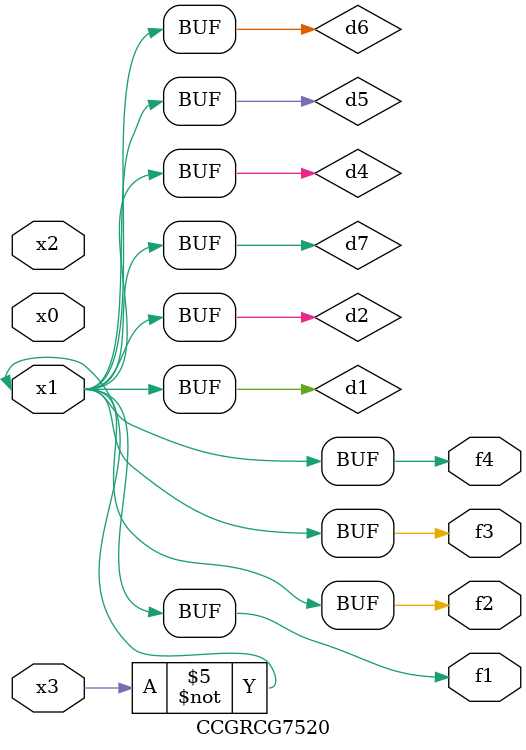
<source format=v>
module CCGRCG7520(
	input x0, x1, x2, x3,
	output f1, f2, f3, f4
);

	wire d1, d2, d3, d4, d5, d6, d7;

	not (d1, x3);
	buf (d2, x1);
	xnor (d3, d1, d2);
	nor (d4, d1);
	buf (d5, d1, d2);
	buf (d6, d4, d5);
	nand (d7, d4);
	assign f1 = d6;
	assign f2 = d7;
	assign f3 = d6;
	assign f4 = d6;
endmodule

</source>
